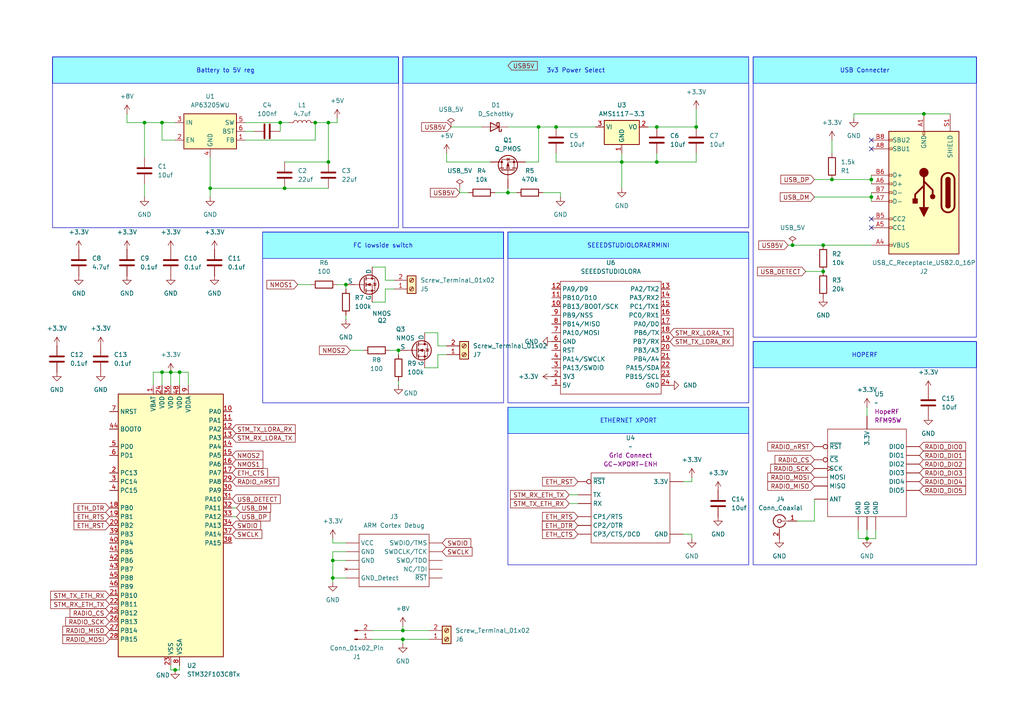
<source format=kicad_sch>
(kicad_sch (version 20250114) (generator "eeschema") (generator_version "9.0")
  (paper "A4")
  (rectangle (start 116.84 16.51) (end 217.17 66.04))
  (rectangle (start 15.24 16.51) (end 115.57 66.04))
  (rectangle (start 147.32 118.11) (end 217.17 163.83))
  (rectangle (start 76.2 67.31) (end 146.05 116.84))
  (rectangle (start 218.44 16.51) (end 283.21 97.79))
  (rectangle (start 147.32 67.31) (end 217.17 116.84))
  (rectangle (start 218.44 99.06) (end 283.21 163.83))
  (text_box "FC lowside switch" (at 76.2 67.31 0) (size 69.85 7.62) (margins 0.9525 0.9525 0.9525 0.9525) (fill (type color) (color 155 253 255 1)) (effects (font (size 1.27 1.27))))
  (text_box "3v3 Power Select\n" (at 116.84 16.51 0) (size 100.33 7.62) (margins 0.9525 0.9525 0.9525 0.9525) (fill (type color) (color 155 253 255 1)) (effects (font (size 1.27 1.27))))
  (text_box "HOPERF\n" (at 218.44 99.06 0) (size 64.77 7.62) (margins 0.9525 0.9525 0.9525 0.9525) (fill (type color) (color 155 253 255 1)) (effects (font (size 1.27 1.27))))
  (text_box "USB Connecter\n" (at 218.44 16.51 0) (size 64.77 7.62) (margins 0.9525 0.9525 0.9525 0.9525) (fill (type color) (color 155 253 255 1)) (effects (font (size 1.27 1.27))))
  (text_box "ETHERNET XPORT" (at 147.32 118.11 0) (size 69.85 7.62) (margins 0.9525 0.9525 0.9525 0.9525) (fill (type color) (color 155 253 255 1)) (effects (font (size 1.27 1.27))))
  (text_box "SEEEDSTUDIOLORAERMINI\n" (at 147.32 67.31 0) (size 69.85 7.62) (margins 0.9525 0.9525 0.9525 0.9525) (fill (type color) (color 155 253 255 1)) (effects (font (size 1.27 1.27))))
  (text_box "Battery to 5V reg" (at 15.24 16.51 0) (size 100.33 7.62) (margins 0.9525 0.9525 0.9525 0.9525) (fill (type color) (color 155 253 255 1)) (effects (font (size 1.27 1.27))))
  (junction (at 91.44 35.56))
  (junction (at 201.93 36.83))
  (junction (at 190.5 46.99))
  (junction (at 147.32 55.88))
  (junction (at 156.21 36.83))
  (junction (at 252.73 57.15))
  (junction (at 95.25 46.99))
  (junction (at 96.52 167.64))
  (junction (at 52.07 107.95))
  (junction (at 116.84 185.42))
  (junction (at 251.46 156.21))
  (junction (at 60.96 54.61))
  (junction (at 81.28 35.56))
  (junction (at 46.99 35.56))
  (junction (at 238.76 78.74))
  (junction (at 267.97 33.02))
  (junction (at 161.29 36.83))
  (junction (at 82.55 54.61))
  (junction (at 229.87 71.12))
  (junction (at 241.3 52.07))
  (junction (at 252.73 52.07))
  (junction (at 180.34 46.99))
  (junction (at 50.8 194.31))
  (junction (at 238.76 71.12))
  (junction (at 190.5 36.83))
  (junction (at 95.25 35.56))
  (junction (at 41.91 35.56))
  (junction (at 100.33 82.55))
  (junction (at 116.84 182.88))
  (junction (at 46.99 107.95))
  (junction (at 96.52 162.56))
  (junction (at 49.53 107.95))
  (junction (at 115.57 101.6))
  (no_connect (at 252.73 43.18))
  (no_connect (at 252.73 63.5))
  (no_connect (at 252.73 66.04))
  (no_connect (at 252.73 40.64))
  (wire (pts (xy 241.3 44.45) (xy 241.3 40.64)))
  (wire (pts (xy 107.95 182.88) (xy 116.84 182.88)))
  (wire (pts (xy 133.35 55.88) (xy 135.89 55.88)))
  (wire (pts (xy 201.93 46.99) (xy 190.5 46.99)))
  (wire (pts (xy 236.22 151.13) (xy 231.14 151.13)))
  (wire (pts (xy 46.99 35.56) (xy 50.8 35.56)))
  (wire (pts (xy 190.5 46.99) (xy 180.34 46.99)))
  (wire (pts (xy 100.33 91.44) (xy 100.33 92.71)))
  (wire (pts (xy 82.55 54.61) (xy 95.25 54.61)))
  (wire (pts (xy 200.66 139.7) (xy 200.66 138.43)))
  (wire (pts (xy 267.97 33.02) (xy 275.59 33.02)))
  (wire (pts (xy 96.52 160.02) (xy 96.52 162.56)))
  (wire (pts (xy 114.3 83.82) (xy 111.76 83.82)))
  (wire (pts (xy 201.93 44.45) (xy 201.93 46.99)))
  (wire (pts (xy 127 102.87) (xy 127 106.68)))
  (wire (pts (xy 96.52 157.48) (xy 96.52 156.21)))
  (wire (pts (xy 252.73 52.07) (xy 252.73 50.8)))
  (wire (pts (xy 247.65 33.02) (xy 247.65 34.29)))
  (wire (pts (xy 36.83 35.56) (xy 41.91 35.56)))
  (wire (pts (xy 71.12 40.64) (xy 91.44 40.64)))
  (wire (pts (xy 44.45 111.76) (xy 44.45 107.95)))
  (wire (pts (xy 100.33 82.55) (xy 100.33 83.82)))
  (wire (pts (xy 162.56 55.88) (xy 157.48 55.88)))
  (wire (pts (xy 111.76 81.28) (xy 114.3 81.28)))
  (wire (pts (xy 142.24 46.99) (xy 129.54 46.99)))
  (wire (pts (xy 190.5 36.83) (xy 187.96 36.83)))
  (wire (pts (xy 111.76 83.82) (xy 111.76 87.63)))
  (wire (pts (xy 52.07 194.31) (xy 50.8 194.31)))
  (wire (pts (xy 86.36 82.55) (xy 90.17 82.55)))
  (wire (pts (xy 252.73 57.15) (xy 252.73 55.88)))
  (wire (pts (xy 147.32 36.83) (xy 156.21 36.83)))
  (wire (pts (xy 46.99 40.64) (xy 46.99 35.56)))
  (wire (pts (xy 52.07 107.95) (xy 54.61 107.95)))
  (wire (pts (xy 248.92 156.21) (xy 251.46 156.21)))
  (wire (pts (xy 133.35 54.61) (xy 133.35 55.88)))
  (wire (pts (xy 251.46 118.11) (xy 251.46 120.65)))
  (wire (pts (xy 190.5 44.45) (xy 190.5 46.99)))
  (wire (pts (xy 97.79 35.56) (xy 95.25 35.56)))
  (wire (pts (xy 147.32 55.88) (xy 143.51 55.88)))
  (wire (pts (xy 247.65 33.02) (xy 267.97 33.02)))
  (wire (pts (xy 161.29 46.99) (xy 180.34 46.99)))
  (wire (pts (xy 200.66 139.7) (xy 198.12 139.7)))
  (wire (pts (xy 71.12 35.56) (xy 81.28 35.56)))
  (wire (pts (xy 96.52 162.56) (xy 96.52 167.64)))
  (wire (pts (xy 162.56 57.15) (xy 162.56 55.88)))
  (wire (pts (xy 101.6 101.6) (xy 105.41 101.6)))
  (wire (pts (xy 123.19 96.52) (xy 127 96.52)))
  (wire (pts (xy 236.22 52.07) (xy 241.3 52.07)))
  (wire (pts (xy 96.52 167.64) (xy 96.52 168.91)))
  (wire (pts (xy 190.5 36.83) (xy 201.93 36.83)))
  (wire (pts (xy 83.82 35.56) (xy 81.28 35.56)))
  (wire (pts (xy 254 156.21) (xy 251.46 156.21)))
  (wire (pts (xy 96.52 162.56) (xy 100.33 162.56)))
  (wire (pts (xy 127 96.52) (xy 127 100.33)))
  (wire (pts (xy 229.87 71.12) (xy 228.6 71.12)))
  (wire (pts (xy 100.33 157.48) (xy 96.52 157.48)))
  (wire (pts (xy 127 106.68) (xy 123.19 106.68)))
  (wire (pts (xy 71.12 38.1) (xy 73.66 38.1)))
  (wire (pts (xy 180.34 46.99) (xy 180.34 54.61)))
  (wire (pts (xy 254 153.67) (xy 254 156.21)))
  (wire (pts (xy 97.79 82.55) (xy 100.33 82.55)))
  (wire (pts (xy 111.76 77.47) (xy 111.76 81.28)))
  (wire (pts (xy 116.84 182.88) (xy 124.46 182.88)))
  (wire (pts (xy 41.91 35.56) (xy 46.99 35.56)))
  (wire (pts (xy 116.84 182.88) (xy 116.84 181.61)))
  (wire (pts (xy 95.25 35.56) (xy 95.25 46.99)))
  (wire (pts (xy 116.84 185.42) (xy 124.46 185.42)))
  (wire (pts (xy 67.31 147.32) (xy 68.58 147.32)))
  (wire (pts (xy 96.52 167.64) (xy 100.33 167.64)))
  (wire (pts (xy 46.99 111.76) (xy 46.99 107.95)))
  (wire (pts (xy 252.73 58.42) (xy 252.73 57.15)))
  (wire (pts (xy 36.83 33.02) (xy 36.83 35.56)))
  (wire (pts (xy 129.54 102.87) (xy 127 102.87)))
  (wire (pts (xy 156.21 46.99) (xy 156.21 36.83)))
  (wire (pts (xy 49.53 107.95) (xy 49.53 111.76)))
  (wire (pts (xy 116.84 185.42) (xy 116.84 186.69)))
  (wire (pts (xy 156.21 36.83) (xy 161.29 36.83)))
  (wire (pts (xy 200.66 154.94) (xy 200.66 156.21)))
  (wire (pts (xy 238.76 71.12) (xy 229.87 71.12)))
  (wire (pts (xy 97.79 34.29) (xy 97.79 35.56)))
  (wire (pts (xy 201.93 31.75) (xy 201.93 36.83)))
  (wire (pts (xy 60.96 57.15) (xy 60.96 54.61)))
  (wire (pts (xy 52.07 107.95) (xy 49.53 107.95)))
  (wire (pts (xy 52.07 111.76) (xy 52.07 107.95)))
  (wire (pts (xy 233.68 78.74) (xy 238.76 78.74)))
  (wire (pts (xy 81.28 35.56) (xy 81.28 38.1)))
  (wire (pts (xy 49.53 193.04) (xy 49.53 194.31)))
  (wire (pts (xy 152.4 46.99) (xy 156.21 46.99)))
  (wire (pts (xy 167.64 143.51) (xy 165.1 143.51)))
  (wire (pts (xy 129.54 46.99) (xy 129.54 44.45)))
  (wire (pts (xy 67.31 149.86) (xy 68.58 149.86)))
  (wire (pts (xy 41.91 53.34) (xy 41.91 57.15)))
  (wire (pts (xy 91.44 40.64) (xy 91.44 35.56)))
  (wire (pts (xy 130.81 36.83) (xy 139.7 36.83)))
  (wire (pts (xy 50.8 40.64) (xy 46.99 40.64)))
  (wire (pts (xy 111.76 87.63) (xy 107.95 87.63)))
  (wire (pts (xy 95.25 46.99) (xy 82.55 46.99)))
  (wire (pts (xy 251.46 153.67) (xy 251.46 156.21)))
  (wire (pts (xy 115.57 110.49) (xy 115.57 111.76)))
  (wire (pts (xy 167.64 146.05) (xy 165.1 146.05)))
  (wire (pts (xy 127 100.33) (xy 129.54 100.33)))
  (wire (pts (xy 161.29 36.83) (xy 172.72 36.83)))
  (wire (pts (xy 49.53 194.31) (xy 50.8 194.31)))
  (wire (pts (xy 107.95 77.47) (xy 111.76 77.47)))
  (wire (pts (xy 60.96 54.61) (xy 82.55 54.61)))
  (wire (pts (xy 198.12 154.94) (xy 200.66 154.94)))
  (wire (pts (xy 236.22 57.15) (xy 252.73 57.15)))
  (wire (pts (xy 95.25 35.56) (xy 91.44 35.56)))
  (wire (pts (xy 236.22 144.78) (xy 236.22 151.13)))
  (wire (pts (xy 161.29 44.45) (xy 161.29 46.99)))
  (wire (pts (xy 46.99 107.95) (xy 49.53 107.95)))
  (wire (pts (xy 113.03 101.6) (xy 115.57 101.6)))
  (wire (pts (xy 44.45 107.95) (xy 46.99 107.95)))
  (wire (pts (xy 147.32 54.61) (xy 147.32 55.88)))
  (wire (pts (xy 248.92 153.67) (xy 248.92 156.21)))
  (wire (pts (xy 252.73 71.12) (xy 238.76 71.12)))
  (wire (pts (xy 107.95 185.42) (xy 116.84 185.42)))
  (wire (pts (xy 100.33 160.02) (xy 96.52 160.02)))
  (wire (pts (xy 252.73 52.07) (xy 252.73 53.34)))
  (wire (pts (xy 54.61 111.76) (xy 54.61 107.95)))
  (wire (pts (xy 60.96 45.72) (xy 60.96 54.61)))
  (wire (pts (xy 115.57 101.6) (xy 115.57 102.87)))
  (wire (pts (xy 41.91 35.56) (xy 41.91 45.72)))
  (wire (pts (xy 180.34 44.45) (xy 180.34 46.99)))
  (wire (pts (xy 147.32 55.88) (xy 149.86 55.88)))
  (wire (pts (xy 241.3 52.07) (xy 252.73 52.07)))
  (wire (pts (xy 52.07 193.04) (xy 52.07 194.31)))
  (global_label "RADIO_MISO" (shape input) (at 236.22 140.97 180) (property "Intersheetrefs" "${INTERSHEET_REFS}" (effects (hide yes))))
  (global_label "SWCLK" (shape input) (at 67.31 154.94 0) (property "Intersheetrefs" "${INTERSHEET_REFS}" (effects (hide yes))))
  (global_label "STM_TX_ETH_RX" (shape input) (at 31.75 172.72 180) (property "Intersheetrefs" "${INTERSHEET_REFS}" (effects (hide yes))))
  (global_label "USB5V" (shape input) (at 133.35 55.88 180) (property "Intersheetrefs" "${INTERSHEET_REFS}" (effects (hide yes))))
  (global_label "NMOS1" (shape input) (at 86.36 82.55 180) (property "Intersheetrefs" "${INTERSHEET_REFS}" (effects (hide yes))))
  (global_label "STM_TX_ETH_RX" (shape input) (at 165.1 146.05 180) (property "Intersheetrefs" "${INTERSHEET_REFS}" (effects (hide yes))))
  (global_label "RADIO_MOSI" (shape input) (at 236.22 138.43 180) (property "Intersheetrefs" "${INTERSHEET_REFS}" (effects (hide yes))))
  (global_label "RADIO_DIO0" (shape input) (at 266.7 129.54 0) (property "Intersheetrefs" "${INTERSHEET_REFS}" (effects (hide yes))))
  (global_label "RADIO_DIO1" (shape input) (at 266.7 132.08 0) (property "Intersheetrefs" "${INTERSHEET_REFS}" (effects (hide yes))))
  (global_label "USB_DM" (shape input) (at 68.58 147.32 0) (property "Intersheetrefs" "${INTERSHEET_REFS}" (effects (hide yes))))
  (global_label "ETH_DTR" (shape input) (at 167.64 152.4 180) (property "Intersheetrefs" "${INTERSHEET_REFS}" (effects (hide yes))))
  (global_label "ETH_RST" (shape input) (at 167.64 139.7 180) (property "Intersheetrefs" "${INTERSHEET_REFS}" (effects (hide yes))))
  (global_label "RADIO_SCK" (shape input) (at 31.75 180.34 180) (property "Intersheetrefs" "${INTERSHEET_REFS}" (effects (hide yes))))
  (global_label "RADIO_DIO4" (shape input) (at 266.7 139.7 0) (property "Intersheetrefs" "${INTERSHEET_REFS}" (effects (hide yes))))
  (global_label "RADIO_nRST" (shape input) (at 236.22 129.54 180) (property "Intersheetrefs" "${INTERSHEET_REFS}" (effects (hide yes))))
  (global_label "RADIO_MISO" (shape input) (at 31.75 182.88 180) (property "Intersheetrefs" "${INTERSHEET_REFS}" (effects (hide yes))))
  (global_label "ETH_RTS" (shape input) (at 31.75 149.86 180) (property "Intersheetrefs" "${INTERSHEET_REFS}" (effects (hide yes))))
  (global_label "STM_RX_LORA_TX" (shape input) (at 194.31 96.52 0) (property "Intersheetrefs" "${INTERSHEET_REFS}" (effects (hide yes))))
  (global_label "SWCLK" (shape input) (at 128.27 160.02 0) (property "Intersheetrefs" "${INTERSHEET_REFS}" (effects (hide yes))))
  (global_label "USB5V" (shape input) (at 147.32 19.05 0) (property "Intersheetrefs" "${INTERSHEET_REFS}" (effects (hide yes))))
  (global_label "SWDIO" (shape input) (at 128.27 157.48 0) (property "Intersheetrefs" "${INTERSHEET_REFS}" (effects (hide yes))))
  (global_label "RADIO_CS" (shape input) (at 31.75 177.8 180) (property "Intersheetrefs" "${INTERSHEET_REFS}" (effects (hide yes))))
  (global_label "USB_DETECT" (shape input) (at 67.31 144.78 0) (property "Intersheetrefs" "${INTERSHEET_REFS}" (effects (hide yes))))
  (global_label "ETH_RST" (shape input) (at 31.75 152.4 180) (property "Intersheetrefs" "${INTERSHEET_REFS}" (effects (hide yes))))
  (global_label "SWDIO" (shape input) (at 67.31 152.4 0) (property "Intersheetrefs" "${INTERSHEET_REFS}" (effects (hide yes))))
  (global_label "STM_TX_LORA_RX" (shape input) (at 67.31 124.46 0) (property "Intersheetrefs" "${INTERSHEET_REFS}" (effects (hide yes))))
  (global_label "USB5V" (shape input) (at 130.81 36.83 180) (property "Intersheetrefs" "${INTERSHEET_REFS}" (effects (hide yes))))
  (global_label "RADIO_DIO5" (shape input) (at 266.7 142.24 0) (property "Intersheetrefs" "${INTERSHEET_REFS}" (effects (hide yes))))
  (global_label "STM_TX_LORA_RX" (shape input) (at 194.31 99.06 0) (property "Intersheetrefs" "${INTERSHEET_REFS}" (effects (hide yes))))
  (global_label "USB_DETECT" (shape input) (at 233.68 78.74 180) (property "Intersheetrefs" "${INTERSHEET_REFS}" (effects (hide yes))))
  (global_label "USB_DM" (shape input) (at 236.22 57.15 180) (property "Intersheetrefs" "${INTERSHEET_REFS}" (effects (hide yes))))
  (global_label "USB_DP" (shape input) (at 68.58 149.86 0) (property "Intersheetrefs" "${INTERSHEET_REFS}" (effects (hide yes))))
  (global_label "ETH_DTR" (shape input) (at 31.75 147.32 180) (property "Intersheetrefs" "${INTERSHEET_REFS}" (effects (hide yes))))
  (global_label "NMOS1" (shape input) (at 67.31 134.62 0) (property "Intersheetrefs" "${INTERSHEET_REFS}" (effects (hide yes))))
  (global_label "STM_RX_LORA_TX" (shape input) (at 67.31 127 0) (property "Intersheetrefs" "${INTERSHEET_REFS}" (effects (hide yes))))
  (global_label "USB_DP" (shape input) (at 236.22 52.07 180) (property "Intersheetrefs" "${INTERSHEET_REFS}" (effects (hide yes))))
  (global_label "RADIO_SCK" (shape input) (at 236.22 135.89 180) (property "Intersheetrefs" "${INTERSHEET_REFS}" (effects (hide yes))))
  (global_label "STM_RX_ETH_TX" (shape input) (at 165.1 143.51 180) (property "Intersheetrefs" "${INTERSHEET_REFS}" (effects (hide yes))))
  (global_label "RADIO_DIO3" (shape input) (at 266.7 137.16 0) (property "Intersheetrefs" "${INTERSHEET_REFS}" (effects (hide yes))))
  (global_label "ETH_CTS" (shape input) (at 67.31 137.16 0) (property "Intersheetrefs" "${INTERSHEET_REFS}" (effects (hide yes))))
  (global_label "RADIO_MOSI" (shape input) (at 31.75 185.42 180) (property "Intersheetrefs" "${INTERSHEET_REFS}" (effects (hide yes))))
  (global_label "RADIO_CS" (shape input) (at 236.22 133.35 180) (property "Intersheetrefs" "${INTERSHEET_REFS}" (effects (hide yes))))
  (global_label "USB5V" (shape input) (at 228.6 71.12 180) (property "Intersheetrefs" "${INTERSHEET_REFS}" (effects (hide yes))))
  (global_label "RADIO_nRST" (shape input) (at 67.31 139.7 0) (property "Intersheetrefs" "${INTERSHEET_REFS}" (effects (hide yes))))
  (global_label "STM_RX_ETH_TX" (shape input) (at 31.75 175.26 180) (property "Intersheetrefs" "${INTERSHEET_REFS}" (effects (hide yes))))
  (global_label "NMOS2" (shape input) (at 101.6 101.6 180) (property "Intersheetrefs" "${INTERSHEET_REFS}" (effects (hide yes))))
  (global_label "ETH_RTS" (shape input) (at 167.64 149.86 180) (property "Intersheetrefs" "${INTERSHEET_REFS}" (effects (hide yes))))
  (global_label "ETH_CTS" (shape input) (at 167.64 154.94 180) (property "Intersheetrefs" "${INTERSHEET_REFS}" (effects (hide yes))))
  (global_label "RADIO_DIO2" (shape input) (at 266.7 134.62 0) (property "Intersheetrefs" "${INTERSHEET_REFS}" (effects (hide yes))))
  (global_label "NMOS2" (shape input) (at 67.31 132.08 0) (property "Intersheetrefs" "${INTERSHEET_REFS}" (effects (hide yes))))
  (symbol (lib_id "UCIRP-KiCAD-Lib:RFM95W") (at 251.46 137.16 0) (unit 1)
    (property "Reference" "U5" (at 253.6033 114.3 0) (effects (justify left)))
    (property "Value" "~" (at 253.6033 116.84 0) (effects (justify left)))
    (property "Footprint" "UCIRP-KiCAD-Lib:RFM95W" (effects (hide yes)))
    (property "Datasheet" "https://cdn.sparkfun.com/assets/learn_tutorials/8/0/4/RFM95_96_97_98W.pdf" (effects (hide yes)))
    (property "Manufacturer" "HopeRF" (at 253.6033 119.38 0) (effects (justify left)))
    (property "Part #" "RFM95W" (at 253.6033 121.92 0) (effects (justify left)))
  )
  (symbol (lib_id "Device:C") (at 41.91 49.53 0) (unit 1)
    (property "Reference" "C1" (at 45.72 48.2599 0) (effects (justify left)))
    (property "Value" "10uf" (at 45.72 50.7999 0) (effects (justify left)))
    (property "Footprint" "Capacitor_SMD:C_0603_1608Metric_Pad1.08x0.95mm_HandSolder" (effects (hide yes)))
    (property "Description" "Unpolarized capacitor" (effects (hide yes)))
  )
  (symbol (lib_id "Device:R") (at 153.67 55.88 90) (unit 1)
    (property "Reference" "R5" (at 153.67 49.53 90))
    (property "Value" "470k" (at 153.67 52.07 90))
    (property "Footprint" "Resistor_SMD:R_0603_1608Metric_Pad0.98x0.95mm_HandSolder" (effects (hide yes)))
    (property "Description" "Resistor" (effects (hide yes)))
  )
  (symbol (lib_id "power:GND") (at 62.23 80.01 0) (unit 1)
    (property "Reference" "#PWR023" (effects (hide yes)))
    (property "Value" "GND" (at 62.23 85.09 0))
    (property "Description" "Power symbol creates a global label with name \"GND\" , ground" (effects (hide yes)))
  )
  (symbol (lib_id "Device:R") (at 238.76 74.93 0) (unit 1)
    (property "Reference" "R2" (at 241.3 73.6599 0) (effects (justify left)))
    (property "Value" "10k" (at 241.3 76.1999 0) (effects (justify left)))
    (property "Footprint" "Resistor_SMD:R_0603_1608Metric_Pad0.98x0.95mm_HandSolder" (effects (hide yes)))
    (property "Description" "Resistor" (effects (hide yes)))
  )
  (symbol (lib_id "Device:C") (at 22.86 76.2 0) (unit 1)
    (property "Reference" "C8" (at 26.67 74.9299 0) (effects (justify left)))
    (property "Value" "4.7uf" (at 26.67 77.4699 0) (effects (justify left)))
    (property "Footprint" "Capacitor_SMD:C_0603_1608Metric_Pad1.08x0.95mm_HandSolder" (effects (hide yes)))
    (property "Description" "Unpolarized capacitor" (effects (hide yes)))
  )
  (symbol (lib_id "Connector:Conn_01x02_Pin") (at 102.87 185.42 0) (mirror x) (unit 1)
    (property "Reference" "J1" (at 103.505 190.5 0))
    (property "Value" "Conn_01x02_Pin" (at 103.505 187.96 0))
    (property "Footprint" "Connector_AMASS:AMASS_XT60PW-M_1x02_P7.20mm_Horizontal" (effects (hide yes)))
    (property "Description" "Generic connector, single row, 01x02, script generated" (effects (hide yes)))
  )
  (symbol (lib_id "Device:R") (at 238.76 82.55 0) (unit 1)
    (property "Reference" "R3" (at 241.3 81.2799 0) (effects (justify left)))
    (property "Value" "20k" (at 241.3 83.8199 0) (effects (justify left)))
    (property "Footprint" "Resistor_SMD:R_0603_1608Metric_Pad0.98x0.95mm_HandSolder" (effects (hide yes)))
    (property "Description" "Resistor" (effects (hide yes)))
  )
  (symbol (lib_id "power:+3.3V") (at 22.86 72.39 0) (unit 1)
    (property "Reference" "#PWR016" (effects (hide yes)))
    (property "Value" "+3.3V" (at 22.86 67.31 0))
    (property "Description" "Power symbol creates a global label with name \"+3.3V\"" (effects (hide yes)))
  )
  (symbol (lib_id "Device:C") (at 49.53 76.2 0) (unit 1)
    (property "Reference" "C10" (at 53.34 74.9299 0) (effects (justify left)))
    (property "Value" "0.1uf" (at 53.34 77.4699 0) (effects (justify left)))
    (property "Footprint" "Capacitor_SMD:C_0603_1608Metric_Pad1.08x0.95mm_HandSolder" (effects (hide yes)))
    (property "Description" "Unpolarized capacitor" (effects (hide yes)))
  )
  (symbol (lib_id "power:GND") (at 162.56 57.15 0) (unit 1)
    (property "Reference" "#PWR010" (effects (hide yes)))
    (property "Value" "GND" (at 162.56 62.23 0))
    (property "Description" "Power symbol creates a global label with name \"GND\" , ground" (effects (hide yes)))
  )
  (symbol (lib_id "power:GND") (at 22.86 80.01 0) (unit 1)
    (property "Reference" "#PWR017" (effects (hide yes)))
    (property "Value" "GND" (at 22.86 85.09 0))
    (property "Description" "Power symbol creates a global label with name \"GND\" , ground" (effects (hide yes)))
  )
  (symbol (lib_id "Device:C") (at 16.51 104.14 0) (unit 1)
    (property "Reference" "C12" (at 20.32 102.8699 0) (effects (justify left)))
    (property "Value" "0.1uf" (at 20.32 105.4099 0) (effects (justify left)))
    (property "Footprint" "Capacitor_SMD:C_0603_1608Metric_Pad1.08x0.95mm_HandSolder" (effects (hide yes)))
    (property "Description" "Unpolarized capacitor" (effects (hide yes)))
  )
  (symbol (lib_id "power:PWR_FLAG") (at 133.35 54.61 0) (unit 1)
    (property "Reference" "#FLG02" (effects (hide yes)))
    (property "Value" "USB_5V" (at 133.35 49.53 0))
    (property "Description" "Special symbol for telling ERC where power comes from" (effects (hide yes)))
  )
  (symbol (lib_id "power:+5V") (at 97.79 34.29 0) (unit 1)
    (property "Reference" "#PWR04" (effects (hide yes)))
    (property "Value" "+5V" (at 97.79 29.21 0))
    (property "Description" "Power symbol creates a global label with name \"+5V\"" (effects (hide yes)))
  )
  (symbol (lib_id "power:+3.3V") (at 241.3 40.64 0) (unit 1)
    (property "Reference" "#PWR06" (effects (hide yes)))
    (property "Value" "+3.3V" (at 241.3 35.56 0))
    (property "Description" "Power symbol creates a global label with name \"+3.3V\"" (effects (hide yes)))
  )
  (symbol (lib_id "Device:C") (at 82.55 50.8 0) (unit 1)
    (property "Reference" "C2" (at 86.36 49.5299 0) (effects (justify left)))
    (property "Value" "22uf" (at 86.36 52.0699 0) (effects (justify left)))
    (property "Footprint" "Capacitor_SMD:C_0603_1608Metric_Pad1.08x0.95mm_HandSolder" (effects (hide yes)))
    (property "Description" "Unpolarized capacitor" (effects (hide yes)))
  )
  (symbol (lib_id "Connector:Screw_Terminal_01x02") (at 134.62 102.87 0) (mirror x) (unit 1)
    (property "Reference" "J7" (at 137.16 102.8701 0) (effects (justify left)))
    (property "Value" "Screw_Terminal_01x02" (at 137.16 100.3301 0) (effects (justify left)))
    (property "Footprint" "TerminalBlock_Phoenix:TerminalBlock_Phoenix_MKDS-1,5-2-5.08_1x02_P5.08mm_Horizontal" (effects (hide yes)))
    (property "Description" "Generic screw terminal, single row, 01x02, script generated (kicad-library-utils/schlib/autogen/connector/)" (effects (hide yes)))
  )
  (symbol (lib_id "power:GND") (at 100.33 92.71 0) (unit 1)
    (property "Reference" "#PWR042" (effects (hide yes)))
    (property "Value" "GND" (at 100.33 97.79 0))
    (property "Description" "Power symbol creates a global label with name \"GND\" , ground" (effects (hide yes)))
  )
  (symbol (lib_id "Device:R") (at 109.22 101.6 270) (unit 1)
    (property "Reference" "R8" (at 109.22 104.394 90))
    (property "Value" "100" (at 109.22 106.934 90))
    (property "Footprint" "Resistor_SMD:R_0603_1608Metric_Pad0.98x0.95mm_HandSolder" (effects (hide yes)))
    (property "Description" "Resistor" (effects (hide yes)))
  )
  (symbol (lib_id "Device:C") (at 29.21 104.14 0) (unit 1)
    (property "Reference" "C13" (at 33.02 102.8699 0) (effects (justify left)))
    (property "Value" "0.1uf" (at 33.02 105.4099 0) (effects (justify left)))
    (property "Footprint" "Capacitor_SMD:C_0603_1608Metric_Pad1.08x0.95mm_HandSolder" (effects (hide yes)))
    (property "Description" "Unpolarized capacitor" (effects (hide yes)))
  )
  (symbol (lib_id "Simulation_SPICE:NMOS") (at 105.41 82.55 0) (unit 1)
    (property "Reference" "Q2" (at 109.474 92.964 0) (effects (justify left)))
    (property "Value" "NMOS" (at 107.95 90.932 0) (effects (justify left)))
    (property "Footprint" "Package_TO_SOT_SMD:SOT-23-6" (effects (hide yes)))
    (property "Datasheet" "https://www.infineon.com/assets/row/public/documents/24/49/infineon-irlts6342-datasheet-en.pdf?fileId=5546d462533600a401535671f35a271a" (effects (hide yes)))
    (property "Description" "N-MOSFET transistor, drain/source/gate" (effects (hide yes)))
    (property "Sim.Device" "NMOS" (effects (hide yes)))
    (property "Sim.Type" "VDMOS" (effects (hide yes)))
    (property "Sim.Pins" "1=D 2=G 3=S" (effects (hide yes)))
  )
  (symbol (lib_id "MCU_ST_STM32F1:STM32F103C8Tx") (at 49.53 152.4 0) (unit 1)
    (property "Reference" "U2" (at 54.2133 193.04 0) (effects (justify left)))
    (property "Value" "STM32F103C8Tx" (at 54.2133 195.58 0) (effects (justify left)))
    (property "Footprint" "Package_QFP:LQFP-48_7x7mm_P0.5mm" (effects (hide yes)))
    (property "Datasheet" "https://www.st.com/resource/en/datasheet/stm32f103c8.pdf" (effects (hide yes)))
    (property "Description" "STMicroelectronics Arm Cortex-M3 MCU, 64KB flash, 20KB RAM, 72 MHz, 2.0-3.6V, 37 GPIO, LQFP48" (effects (hide yes)))
  )
  (symbol (lib_id "power:GND") (at 200.66 156.21 0) (unit 1)
    (property "Reference" "#PWR028" (effects (hide yes)))
    (property "Value" "GND" (at 200.66 161.29 0))
    (property "Description" "Power symbol creates a global label with name \"GND\" , ground" (effects (hide yes)))
  )
  (symbol (lib_id "Regulator_Switching:AP63205WU") (at 60.96 38.1 0) (unit 1)
    (property "Reference" "U1" (at 60.96 27.94 0))
    (property "Value" "AP63205WU" (at 60.96 30.48 0))
    (property "Footprint" "Package_TO_SOT_SMD:TSOT-23-6" (effects (hide yes)))
    (property "Datasheet" "https://www.diodes.com/assets/Datasheets/AP63200-AP63201-AP63203-AP63205.pdf" (effects (hide yes)))
    (property "Description" "2A, 1.1MHz Buck DC/DC Converter, fixed 5.0V output voltage, TSOT-23-6" (effects (hide yes)))
  )
  (symbol (lib_id "Regulator_Linear:AMS1117-3.3") (at 180.34 36.83 0) (unit 1)
    (property "Reference" "U3" (at 180.34 30.48 0))
    (property "Value" "AMS1117-3.3" (at 180.34 33.02 0))
    (property "Footprint" "Package_TO_SOT_SMD:SOT-223-3_TabPin2" (effects (hide yes)))
    (property "Datasheet" "http://www.advanced-monolithic.com/pdf/ds1117.pdf" (effects (hide yes)))
    (property "Description" "1A Low Dropout regulator, positive, 3.3V fixed output, SOT-223" (effects (hide yes)))
  )
  (symbol (lib_id "Connector:Screw_Terminal_01x02") (at 129.54 185.42 0) (mirror x) (unit 1)
    (property "Reference" "J6" (at 132.08 185.4201 0) (effects (justify left)))
    (property "Value" "Screw_Terminal_01x02" (at 132.08 182.8801 0) (effects (justify left)))
    (property "Footprint" "TerminalBlock_Phoenix:TerminalBlock_Phoenix_MKDS-1,5-2-5.08_1x02_P5.08mm_Horizontal" (effects (hide yes)))
    (property "Description" "Generic screw terminal, single row, 01x02, script generated (kicad-library-utils/schlib/autogen/connector/)" (effects (hide yes)))
  )
  (symbol (lib_id "Device:C") (at 77.47 38.1 270) (unit 1)
    (property "Reference" "C4" (at 77.47 30.48 90))
    (property "Value" "100nf" (at 77.47 33.02 90))
    (property "Footprint" "Capacitor_SMD:C_0603_1608Metric_Pad1.08x0.95mm_HandSolder" (effects (hide yes)))
    (property "Description" "Unpolarized capacitor" (effects (hide yes)))
  )
  (symbol (lib_id "Device:R") (at 93.98 82.55 270) (unit 1)
    (property "Reference" "R6" (at 93.98 76.2 90))
    (property "Value" "100" (at 93.98 78.74 90))
    (property "Footprint" "Resistor_SMD:R_0603_1608Metric_Pad0.98x0.95mm_HandSolder" (effects (hide yes)))
    (property "Description" "Resistor" (effects (hide yes)))
  )
  (symbol (lib_id "Device:C") (at 201.93 40.64 0) (unit 1)
    (property "Reference" "C7" (at 205.74 39.3699 0) (effects (justify left)))
    (property "Value" "10uf" (at 205.74 41.9099 0) (effects (justify left)))
    (property "Footprint" "Capacitor_SMD:C_0603_1608Metric_Pad1.08x0.95mm_HandSolder" (effects (hide yes)))
    (property "Description" "Unpolarized capacitor" (effects (hide yes)))
  )
  (symbol (lib_id "Device:C") (at 95.25 50.8 0) (unit 1)
    (property "Reference" "C3" (at 99.06 49.5299 0) (effects (justify left)))
    (property "Value" "22uf" (at 99.06 52.0699 0) (effects (justify left)))
    (property "Footprint" "Capacitor_SMD:C_0603_1608Metric_Pad1.08x0.95mm_HandSolder" (effects (hide yes)))
    (property "Description" "Unpolarized capacitor" (effects (hide yes)))
  )
  (symbol (lib_id "power:GND") (at 36.83 80.01 0) (unit 1)
    (property "Reference" "#PWR019" (effects (hide yes)))
    (property "Value" "GND" (at 36.83 85.09 0))
    (property "Description" "Power symbol creates a global label with name \"GND\" , ground" (effects (hide yes)))
  )
  (symbol (lib_id "power:GND") (at 180.34 54.61 0) (unit 1)
    (property "Reference" "#PWR012" (effects (hide yes)))
    (property "Value" "GND" (at 180.34 59.69 0))
    (property "Description" "Power symbol creates a global label with name \"GND\" , ground" (effects (hide yes)))
  )
  (symbol (lib_id "UCIRP-KiCAD-Lib:ARM_Cortex_Debug") (at 114.3 162.56 0) (unit 1)
    (property "Reference" "J3" (at 114.3 149.86 0))
    (property "Value" "ARM Cortex Debug" (at 114.3 152.4 0))
    (property "Footprint" "Connector_PinHeader_1.27mm:PinHeader_2x05_P1.27mm_Vertical_SMD" (effects (hide yes)))
  )
  (symbol (lib_id "power:+3.3V") (at 36.83 72.39 0) (unit 1)
    (property "Reference" "#PWR018" (effects (hide yes)))
    (property "Value" "+3.3V" (at 36.83 67.31 0))
    (property "Description" "Power symbol creates a global label with name \"+3.3V\"" (effects (hide yes)))
  )
  (symbol (lib_id "Simulation_SPICE:NMOS") (at 120.65 101.6 0) (unit 1)
    (property "Reference" "Q3" (at 114.808 95.504 0) (effects (justify left)))
    (property "Value" "NMOS" (at 114.808 98.044 0) (effects (justify left)))
    (property "Footprint" "Package_TO_SOT_SMD:SOT-23-6" (effects (hide yes)))
    (property "Datasheet" "https://www.infineon.com/assets/row/public/documents/24/49/infineon-irlts6342-datasheet-en.pdf?fileId=5546d462533600a401535671f35a271a" (effects (hide yes)))
    (property "Description" "N-MOSFET transistor, drain/source/gate" (effects (hide yes)))
    (property "Sim.Device" "NMOS" (effects (hide yes)))
    (property "Sim.Type" "VDMOS" (effects (hide yes)))
    (property "Sim.Pins" "1=D 2=G 3=S" (effects (hide yes)))
  )
  (symbol (lib_id "power:+3.3V") (at 49.53 72.39 0) (unit 1)
    (property "Reference" "#PWR020" (effects (hide yes)))
    (property "Value" "+3.3V" (at 49.53 67.31 0))
    (property "Description" "Power symbol creates a global label with name \"+3.3V\"" (effects (hide yes)))
  )
  (symbol (lib_id "power:+3.3V") (at 200.66 138.43 0) (unit 1)
    (property "Reference" "#PWR030" (effects (hide yes)))
    (property "Value" "+3.3V" (at 200.66 133.35 0))
    (property "Description" "Power symbol creates a global label with name \"+3.3V\"" (effects (hide yes)))
  )
  (symbol (lib_id "Device:C") (at 208.28 146.05 0) (unit 1)
    (property "Reference" "C14" (at 212.09 144.7799 0) (effects (justify left)))
    (property "Value" "10uf" (at 212.09 147.3199 0) (effects (justify left)))
    (property "Footprint" "Capacitor_SMD:C_0603_1608Metric_Pad1.08x0.95mm_HandSolder" (effects (hide yes)))
    (property "Description" "Unpolarized capacitor" (effects (hide yes)))
  )
  (symbol (lib_id "Device:D_Schottky") (at 143.51 36.83 180) (unit 1)
    (property "Reference" "D1" (at 143.8275 30.48 0))
    (property "Value" "D_Schottky" (at 143.8275 33.02 0))
    (property "Footprint" "Diode_SMD:D_SMA_Handsoldering" (effects (hide yes)))
    (property "Datasheet" "https://www.diodes.com/assets/Datasheets/B320AE/B340AE.pdf" (effects (hide yes)))
    (property "Description" "Schottky diode" (effects (hide yes)))
  )
  (symbol (lib_id "power:GND") (at 96.52 168.91 0) (unit 1)
    (property "Reference" "#PWR036" (effects (hide yes)))
    (property "Value" "GND" (at 96.52 173.99 0))
    (property "Description" "Power symbol creates a global label with name \"GND\" , ground" (effects (hide yes)))
  )
  (symbol (lib_id "power:+3.3V") (at 62.23 72.39 0) (unit 1)
    (property "Reference" "#PWR022" (effects (hide yes)))
    (property "Value" "+3.3V" (at 62.23 67.31 0))
    (property "Description" "Power symbol creates a global label with name \"+3.3V\"" (effects (hide yes)))
  )
  (symbol (lib_id "UCIRP-KiCAD-Lib:LORA-E5-MINI") (at 177.8 97.79 0) (unit 1)
    (property "Reference" "U6" (at 177.165 76.2 0))
    (property "Value" "SEEEDSTUDIOLORA" (at 177.165 78.74 0))
    (property "Footprint" "UCIRP-KiCAD-Lib:Untitled" (effects (hide yes)))
  )
  (symbol (lib_id "power:GND") (at 269.24 120.65 0) (unit 1)
    (property "Reference" "#PWR039" (effects (hide yes)))
    (property "Value" "GND" (at 269.24 125.73 0))
    (property "Description" "Power symbol creates a global label with name \"GND\" , ground" (effects (hide yes)))
  )
  (symbol (lib_id "Device:C") (at 62.23 76.2 0) (unit 1)
    (property "Reference" "C11" (at 66.04 74.9299 0) (effects (justify left)))
    (property "Value" "0.1uf" (at 66.04 77.4699 0) (effects (justify left)))
    (property "Footprint" "Capacitor_SMD:C_0603_1608Metric_Pad1.08x0.95mm_HandSolder" (effects (hide yes)))
    (property "Description" "Unpolarized capacitor" (effects (hide yes)))
  )
  (symbol (lib_id "power:GND") (at 49.53 80.01 0) (unit 1)
    (property "Reference" "#PWR021" (effects (hide yes)))
    (property "Value" "GND" (at 49.53 85.09 0))
    (property "Description" "Power symbol creates a global label with name \"GND\" , ground" (effects (hide yes)))
  )
  (symbol (lib_id "power:GND") (at 115.57 111.76 0) (unit 1)
    (property "Reference" "#PWR043" (effects (hide yes)))
    (property "Value" "GND" (at 119.126 114.046 0))
    (property "Description" "Power symbol creates a global label with name \"GND\" , ground" (effects (hide yes)))
  )
  (symbol (lib_id "Connector:USB_C_Receptacle_USB2.0_16P") (at 267.97 55.88 180) (unit 1)
    (property "Reference" "J2" (at 267.97 78.74 0))
    (property "Value" "USB_C_Receptacle_USB2.0_16P" (at 267.97 76.2 0))
    (property "Footprint" "Connector_USB:USB_C_Receptacle_GCT_USB4105-xx-A_16P_TopMnt_Horizontal" (effects (hide yes)))
    (property "Datasheet" "https://www.usb.org/sites/default/files/documents/usb_type-c.zip" (effects (hide yes)))
    (property "Description" "USB 2.0-only 16P Type-C Receptacle connector" (effects (hide yes)))
  )
  (symbol (lib_id "power:GND") (at 238.76 86.36 0) (unit 1)
    (property "Reference" "#PWR07" (effects (hide yes)))
    (property "Value" "GND" (at 238.76 91.44 0))
    (property "Description" "Power symbol creates a global label with name \"GND\" , ground" (effects (hide yes)))
  )
  (symbol (lib_id "Device:C") (at 269.24 116.84 0) (unit 1)
    (property "Reference" "C15" (at 273.05 115.5699 0) (effects (justify left)))
    (property "Value" "10uf" (at 273.05 118.1099 0) (effects (justify left)))
    (property "Footprint" "Capacitor_SMD:C_0603_1608Metric_Pad1.08x0.95mm_HandSolder" (effects (hide yes)))
    (property "Description" "Unpolarized capacitor" (effects (hide yes)))
  )
  (symbol (lib_id "power:PWR_FLAG") (at 130.81 36.83 0) (unit 1)
    (property "Reference" "#FLG03" (effects (hide yes)))
    (property "Value" "USB_5V" (at 130.81 31.75 0))
    (property "Description" "Special symbol for telling ERC where power comes from" (effects (hide yes)))
  )
  (symbol (lib_id "power:+3.3V") (at 49.53 107.95 0) (unit 1)
    (property "Reference" "#PWR014" (effects (hide yes)))
    (property "Value" "+3.3V" (at 49.53 102.87 0))
    (property "Description" "Power symbol creates a global label with name \"+3.3V\"" (effects (hide yes)))
  )
  (symbol (lib_id "power:+3.3V") (at 208.28 142.24 0) (unit 1)
    (property "Reference" "#PWR031" (effects (hide yes)))
    (property "Value" "+3.3V" (at 208.28 137.16 0))
    (property "Description" "Power symbol creates a global label with name \"+3.3V\"" (effects (hide yes)))
  )
  (symbol (lib_id "Device:C") (at 161.29 40.64 0) (unit 1)
    (property "Reference" "C5" (at 165.1 39.3699 0) (effects (justify left)))
    (property "Value" "10uf" (at 165.1 41.9099 0) (effects (justify left)))
    (property "Footprint" "Capacitor_SMD:C_0603_1608Metric_Pad1.08x0.95mm_HandSolder" (effects (hide yes)))
    (property "Description" "Unpolarized capacitor" (effects (hide yes)))
  )
  (symbol (lib_id "Device:C") (at 36.83 76.2 0) (unit 1)
    (property "Reference" "C9" (at 40.64 74.9299 0) (effects (justify left)))
    (property "Value" "0.1uf" (at 40.64 77.4699 0) (effects (justify left)))
    (property "Footprint" "Capacitor_SMD:C_0603_1608Metric_Pad1.08x0.95mm_HandSolder" (effects (hide yes)))
    (property "Description" "Unpolarized capacitor" (effects (hide yes)))
  )
  (symbol (lib_id "Device:R") (at 100.33 87.63 0) (unit 1)
    (property "Reference" "R7" (at 102.87 86.3599 0) (effects (justify left)))
    (property "Value" "100k" (at 102.87 88.8999 0) (effects (justify left)))
    (property "Footprint" "Resistor_SMD:R_0603_1608Metric_Pad0.98x0.95mm_HandSolder" (effects (hide yes)))
    (property "Description" "Resistor" (effects (hide yes)))
  )
  (symbol (lib_id "power:+3.3V") (at 160.02 109.22 90) (unit 1)
    (property "Reference" "#PWR034" (effects (hide yes)))
    (property "Value" "+3.3V" (at 156.21 109.2199 90) (effects (justify left)))
    (property "Description" "Power symbol creates a global label with name \"+3.3V\"" (effects (hide yes)))
  )
  (symbol (lib_id "power:GND") (at 208.28 149.86 0) (unit 1)
    (property "Reference" "#PWR029" (effects (hide yes)))
    (property "Value" "GND" (at 208.28 154.94 0))
    (property "Description" "Power symbol creates a global label with name \"GND\" , ground" (effects (hide yes)))
  )
  (symbol (lib_id "Device:R") (at 241.3 48.26 0) (mirror x) (unit 1)
    (property "Reference" "R1" (at 243.84 49.5301 0) (effects (justify left)))
    (property "Value" "1.5k" (at 243.84 46.9901 0) (effects (justify left)))
    (property "Footprint" "Resistor_SMD:R_0603_1608Metric_Pad0.98x0.95mm_HandSolder" (effects (hide yes)))
    (property "Description" "Resistor" (effects (hide yes)))
  )
  (symbol (lib_id "Device:L") (at 87.63 35.56 90) (unit 1)
    (property "Reference" "L1" (at 87.63 30.48 90))
    (property "Value" "4.7uf" (at 87.63 33.02 90))
    (property "Footprint" "Capacitor_SMD:C_0603_1608Metric_Pad1.08x0.95mm_HandSolder" (effects (hide yes)))
    (property "Description" "Inductor" (effects (hide yes)))
  )
  (symbol (lib_id "power:+3.3V") (at 16.51 100.33 0) (unit 1)
    (property "Reference" "#PWR024" (effects (hide yes)))
    (property "Value" "+3.3V" (at 16.51 95.25 0))
    (property "Description" "Power symbol creates a global label with name \"+3.3V\"" (effects (hide yes)))
  )
  (symbol (lib_id "power:GND") (at 50.8 194.31 0) (unit 1)
    (property "Reference" "#PWR015" (effects (hide yes)))
    (property "Value" "GND" (at 47.244 195.834 0))
    (property "Description" "Power symbol creates a global label with name \"GND\" , ground" (effects (hide yes)))
  )
  (symbol (lib_id "power:GND") (at 41.91 57.15 0) (unit 1)
    (property "Reference" "#PWR01" (effects (hide yes)))
    (property "Value" "GND" (at 41.91 62.23 0))
    (property "Description" "Power symbol creates a global label with name \"GND\" , ground" (effects (hide yes)))
  )
  (symbol (lib_id "power:+3.3V") (at 29.21 100.33 0) (unit 1)
    (property "Reference" "#PWR026" (effects (hide yes)))
    (property "Value" "+3.3V" (at 29.21 95.25 0))
    (property "Description" "Power symbol creates a global label with name \"+3.3V\"" (effects (hide yes)))
  )
  (symbol (lib_id "Connector:Screw_Terminal_01x02") (at 119.38 83.82 0) (mirror x) (unit 1)
    (property "Reference" "J5" (at 121.92 83.8201 0) (effects (justify left)))
    (property "Value" "Screw_Terminal_01x02" (at 121.92 81.2801 0) (effects (justify left)))
    (property "Footprint" "TerminalBlock_Phoenix:TerminalBlock_Phoenix_MKDS-1,5-2-5.08_1x02_P5.08mm_Horizontal" (effects (hide yes)))
    (property "Description" "Generic screw terminal, single row, 01x02, script generated (kicad-library-utils/schlib/autogen/connector/)" (effects (hide yes)))
  )
  (symbol (lib_id "power:PWR_FLAG") (at 229.87 71.12 0) (unit 1)
    (property "Reference" "#FLG01" (effects (hide yes)))
    (property "Value" "USB_5V" (at 229.87 66.04 0))
    (property "Description" "Special symbol for telling ERC where power comes from" (effects (hide yes)))
  )
  (symbol (lib_id "power:+3.3V") (at 251.46 118.11 0) (unit 1)
    (property "Reference" "#PWR037" (effects (hide yes)))
    (property "Value" "+3.3V" (at 251.46 113.03 0))
    (property "Description" "Power symbol creates a global label with name \"+3.3V\"" (effects (hide yes)))
  )
  (symbol (lib_id "Device:R") (at 139.7 55.88 270) (mirror x) (unit 1)
    (property "Reference" "R4" (at 139.7 49.53 90))
    (property "Value" "10k" (at 139.7 52.07 90))
    (property "Footprint" "Resistor_SMD:R_0603_1608Metric_Pad0.98x0.95mm_HandSolder" (effects (hide yes)))
    (property "Description" "Resistor" (effects (hide yes)))
  )
  (symbol (lib_id "Device:C") (at 190.5 40.64 0) (unit 1)
    (property "Reference" "C6" (at 194.31 39.3699 0) (effects (justify left)))
    (property "Value" "10uf" (at 194.31 41.9099 0) (effects (justify left)))
    (property "Footprint" "Capacitor_SMD:C_0603_1608Metric_Pad1.08x0.95mm_HandSolder" (effects (hide yes)))
    (property "Description" "Unpolarized capacitor" (effects (hide yes)))
  )
  (symbol (lib_id "power:+3.3V") (at 96.52 156.21 0) (unit 1)
    (property "Reference" "#PWR035" (effects (hide yes)))
    (property "Value" "+3.3V" (at 96.52 151.13 0))
    (property "Description" "Power symbol creates a global label with name \"+3.3V\"" (effects (hide yes)))
  )
  (symbol (lib_id "power:+5V") (at 129.54 44.45 0) (unit 1)
    (property "Reference" "#PWR011" (effects (hide yes)))
    (property "Value" "+5V" (at 129.54 39.37 0))
    (property "Description" "Power symbol creates a global label with name \"+5V\"" (effects (hide yes)))
  )
  (symbol (lib_id "UCIRP-KiCAD-Lib:GC-XPORT") (at 182.88 147.32 0) (unit 1)
    (property "Reference" "U4" (at 182.88 127 0))
    (property "Value" "~" (at 182.88 129.54 0))
    (property "Footprint" "UCIRP-KiCAD-Lib:GC-XPORT" (effects (hide yes)))
    (property "Datasheet" "https://gridconnect.box.com/shared/static/bu8k99agcgg8gspnja0ca8w7647gfghh.pdf" (effects (hide yes)))
    (property "Manufacturer" "Grid Connect" (at 182.88 132.08 0))
    (property "Part #" "GC-XPORT-ENH" (at 182.88 134.62 0))
  )
  (symbol (lib_id "power:+3.3V") (at 269.24 113.03 0) (unit 1)
    (property "Reference" "#PWR038" (effects (hide yes)))
    (property "Value" "+3.3V" (at 269.24 107.95 0))
    (property "Description" "Power symbol creates a global label with name \"+3.3V\"" (effects (hide yes)))
  )
  (symbol (lib_id "power:+8V") (at 36.83 33.02 0) (unit 1)
    (property "Reference" "#PWR02" (effects (hide yes)))
    (property "Value" "+8V" (at 36.83 27.94 0))
    (property "Description" "Power symbol creates a global label with name \"+8V\"" (effects (hide yes)))
  )
  (symbol (lib_id "power:GND") (at 116.84 186.69 0) (unit 1)
    (property "Reference" "#PWR09" (effects (hide yes)))
    (property "Value" "GND" (at 116.84 191.77 0))
    (property "Description" "Power symbol creates a global label with name \"GND\" , ground" (effects (hide yes)))
  )
  (symbol (lib_id "power:GND") (at 29.21 107.95 0) (unit 1)
    (property "Reference" "#PWR027" (effects (hide yes)))
    (property "Value" "GND" (at 29.21 113.03 0))
    (property "Description" "Power symbol creates a global label with name \"GND\" , ground" (effects (hide yes)))
  )
  (symbol (lib_id "power:GND") (at 226.06 156.21 0) (unit 1)
    (property "Reference" "#PWR041" (effects (hide yes)))
    (property "Value" "GND" (at 226.06 161.29 0))
    (property "Description" "Power symbol creates a global label with name \"GND\" , ground" (effects (hide yes)))
  )
  (symbol (lib_id "power:GND") (at 60.96 57.15 0) (unit 1)
    (property "Reference" "#PWR03" (effects (hide yes)))
    (property "Value" "GND" (at 60.96 62.23 0))
    (property "Description" "Power symbol creates a global label with name \"GND\" , ground" (effects (hide yes)))
  )
  (symbol (lib_id "power:+3.3V") (at 201.93 31.75 0) (unit 1)
    (property "Reference" "#PWR013" (effects (hide yes)))
    (property "Value" "+3.3V" (at 201.93 26.67 0))
    (property "Description" "Power symbol creates a global label with name \"+3.3V\"" (effects (hide yes)))
  )
  (symbol (lib_id "Connector:Conn_Coaxial") (at 226.06 151.13 0) (mirror y) (unit 1)
    (property "Reference" "J4" (at 226.3774 144.78 0))
    (property "Value" "Conn_Coaxial" (at 226.3774 147.32 0))
    (property "Footprint" "Connector_Coaxial:SMA_Molex_73251-2120_EdgeMount_Horizontal" (effects (hide yes)))
    (property "Description" "coaxial connector (BNC, SMA, SMB, SMC, Cinch/RCA, LEMO, ...)" (effects (hide yes)))
  )
  (symbol (lib_id "Device:Q_PMOS") (at 147.32 49.53 90) (unit 1)
    (property "Reference" "Q1" (at 147.32 40.64 90))
    (property "Value" "Q_PMOS" (at 147.32 43.18 90))
    (property "Footprint" "Package_TO_SOT_SMD:TSOT-23_HandSoldering" (effects (hide yes)))
    (property "Datasheet" "https://www.aosmd.com/res/datasheets/AO3407A.pdf" (effects (hide yes)))
    (property "Description" "P-MOSFET transistor" (effects (hide yes)))
  )
  (symbol (lib_id "power:GND") (at 194.31 111.76 90) (unit 1)
    (property "Reference" "#PWR032" (effects (hide yes)))
    (property "Value" "GND" (at 198.12 111.7599 90) (effects (justify right)))
    (property "Description" "Power symbol creates a global label with name \"GND\" , ground" (effects (hide yes)))
  )
  (symbol (lib_id "power:GND") (at 247.65 34.29 0) (unit 1)
    (property "Reference" "#PWR05" (effects (hide yes)))
    (property "Value" "GND" (at 247.65 39.37 0))
    (property "Description" "Power symbol creates a global label with name \"GND\" , ground" (effects (hide yes)))
  )
  (symbol (lib_id "power:GND") (at 160.02 99.06 270) (unit 1)
    (property "Reference" "#PWR033" (effects (hide yes)))
    (property "Value" "GND" (at 156.21 99.0599 90) (effects (justify right)))
    (property "Description" "Power symbol creates a global label with name \"GND\" , ground" (effects (hide yes)))
  )
  (symbol (lib_id "Device:R") (at 115.57 106.68 0) (unit 1)
    (property "Reference" "R9" (at 118.11 105.4099 0) (effects (justify left)))
    (property "Value" "100k" (at 118.11 107.9499 0) (effects (justify left)))
    (property "Footprint" "Resistor_SMD:R_0603_1608Metric_Pad0.98x0.95mm_HandSolder" (effects (hide yes)))
    (property "Description" "Resistor" (effects (hide yes)))
  )
  (symbol (lib_id "power:+8V") (at 116.84 181.61 0) (unit 1)
    (property "Reference" "#PWR08" (effects (hide yes)))
    (property "Value" "+8V" (at 116.84 176.53 0))
    (property "Description" "Power symbol creates a global label with name \"+8V\"" (effects (hide yes)))
  )
  (symbol (lib_id "power:GND") (at 251.46 156.21 0) (unit 1)
    (property "Reference" "#PWR040" (effects (hide yes)))
    (property "Value" "GND" (at 251.46 161.29 0))
    (property "Description" "Power symbol creates a global label with name \"GND\" , ground" (effects (hide yes)))
  )
  (symbol (lib_id "power:GND") (at 16.51 107.95 0) (unit 1)
    (property "Reference" "#PWR025" (effects (hide yes)))
    (property "Value" "GND" (at 16.51 113.03 0))
    (property "Description" "Power symbol creates a global label with name \"GND\" , ground" (effects (hide yes)))
  )
)
</source>
